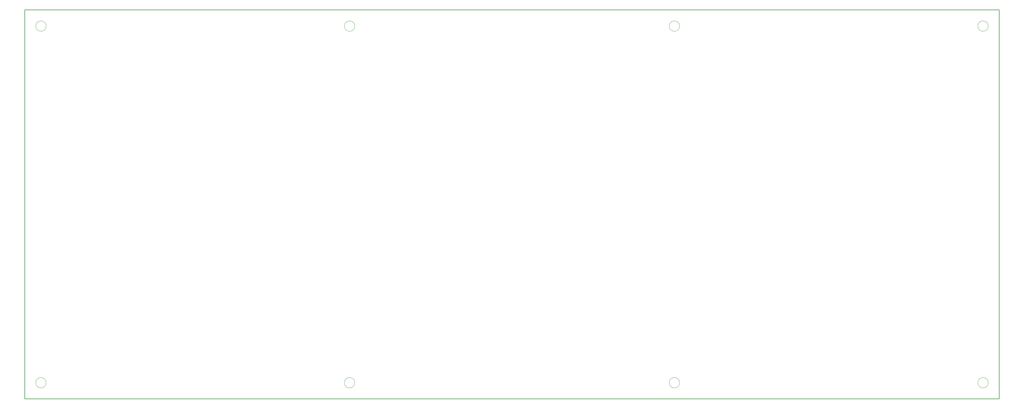
<source format=gm1>
G04 #@! TF.GenerationSoftware,KiCad,Pcbnew,7.0.10*
G04 #@! TF.CreationDate,2024-02-23T22:38:10+01:00*
G04 #@! TF.ProjectId,FluidNC,466c7569-644e-4432-9e6b-696361645f70,rev?*
G04 #@! TF.SameCoordinates,Original*
G04 #@! TF.FileFunction,Profile,NP*
%FSLAX46Y46*%
G04 Gerber Fmt 4.6, Leading zero omitted, Abs format (unit mm)*
G04 Created by KiCad (PCBNEW 7.0.10) date 2024-02-23 22:38:10*
%MOMM*%
%LPD*%
G01*
G04 APERTURE LIST*
G04 #@! TA.AperFunction,Profile*
%ADD10C,0.050000*%
G04 #@! TD*
G04 #@! TA.AperFunction,Profile*
%ADD11C,0.200000*%
G04 #@! TD*
G04 APERTURE END LIST*
D10*
X296600000Y-5000000D02*
G75*
G03*
X293400000Y-5000000I-1600000J0D01*
G01*
X293400000Y-5000000D02*
G75*
G03*
X296600000Y-5000000I1600000J0D01*
G01*
X101600000Y-5000000D02*
G75*
G03*
X98400000Y-5000000I-1600000J0D01*
G01*
X98400000Y-5000000D02*
G75*
G03*
X101600000Y-5000000I1600000J0D01*
G01*
X201600000Y-5000000D02*
G75*
G03*
X198400000Y-5000000I-1600000J0D01*
G01*
X198400000Y-5000000D02*
G75*
G03*
X201600000Y-5000000I1600000J0D01*
G01*
D11*
X0Y0D02*
X300000000Y0D01*
X300000000Y-120000000D01*
X0Y-120000000D01*
X0Y0D01*
D10*
X296600000Y-115000000D02*
G75*
G03*
X293400000Y-115000000I-1600000J0D01*
G01*
X293400000Y-115000000D02*
G75*
G03*
X296600000Y-115000000I1600000J0D01*
G01*
X201600000Y-115000000D02*
G75*
G03*
X198400000Y-115000000I-1600000J0D01*
G01*
X198400000Y-115000000D02*
G75*
G03*
X201600000Y-115000000I1600000J0D01*
G01*
X6600000Y-115000000D02*
G75*
G03*
X3400000Y-115000000I-1600000J0D01*
G01*
X3400000Y-115000000D02*
G75*
G03*
X6600000Y-115000000I1600000J0D01*
G01*
X6600000Y-5000000D02*
G75*
G03*
X3400000Y-5000000I-1600000J0D01*
G01*
X3400000Y-5000000D02*
G75*
G03*
X6600000Y-5000000I1600000J0D01*
G01*
X101600000Y-115000000D02*
G75*
G03*
X98400000Y-115000000I-1600000J0D01*
G01*
X98400000Y-115000000D02*
G75*
G03*
X101600000Y-115000000I1600000J0D01*
G01*
M02*

</source>
